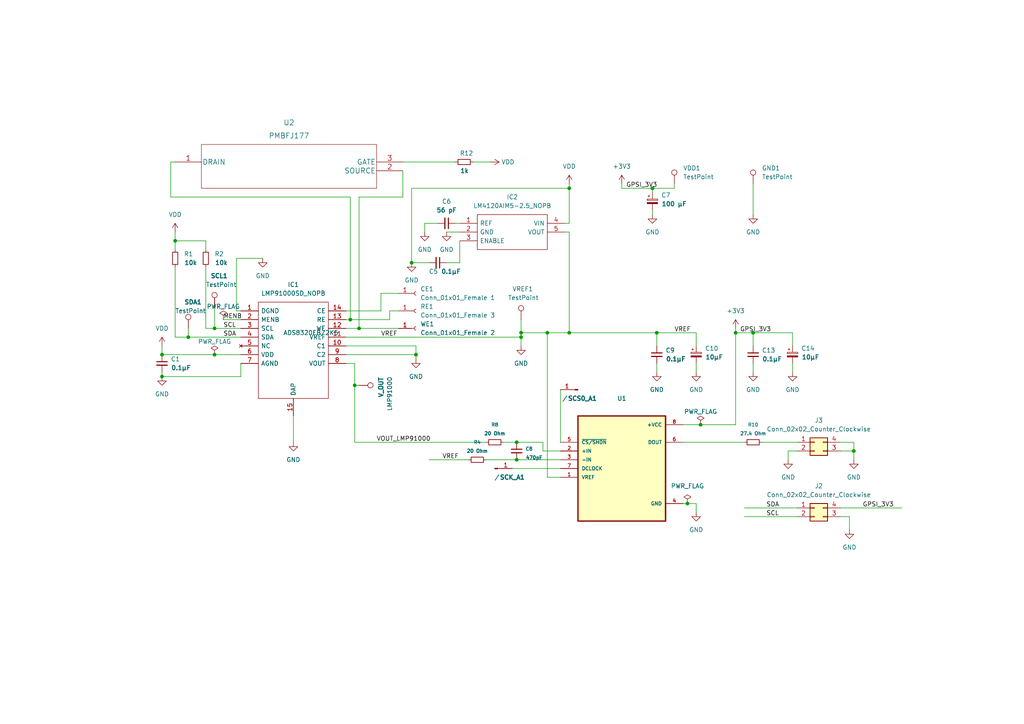
<source format=kicad_sch>
(kicad_sch (version 20211123) (generator eeschema)
  (paper "A4")
  (title_block (title "Potentiostat for biosensors embedded in the BioWatch") (date "2023-02-27") (rev "1") (company "Vivien PERRELLE") (comment 1 "DVIC"))
  (lib_symbols
    (symbol "ADS8320EB_2K5:ADS8320EB{slash}2K5" (pin_names (offset 1.016))
      (property "Reference" "U" (at -12.7 16.24 0))
      (property "Value" "ADS8320EB{slash}2K5" (at -8.89 -17.78 0))
      (symbol "ADS8320EB{slash}2K5_0_0"
        (rectangle (start -12.7 -15.24) (end 12.7 15.24) (stroke (width 0.41)) (fill (type background)))
        (pin input line (at -17.78 -2.54 0) (length 5.08) (name "VREF") (number "1"))
        (pin input line (at -17.78 5.08 0) (length 5.08) (name "+IN") (number "2"))
        (pin input line (at -17.78 2.54 0) (length 5.08) (name "-IN") (number "3"))
        (pin power_in line (at 17.78 -10.16 180) (length 5.08) (name "GND") (number "4"))
        (pin input line (at -17.78 7.62 0) (length 5.08) (name "~{CS/SHDN}") (number "5"))
        (pin output line (at 17.78 7.62 180) (length 5.08) (name "DOUT") (number "6"))
        (pin input line (at -17.78 0 0) (length 5.08) (name "DCLOCK") (number "7"))
        (pin power_in line (at 17.78 12.7 180) (length 5.08) (name "+VCC") (number "8"))
      )
    )
    (symbol "Connector:Conn_01x01_Female" (pin_names (offset 1.016) hide)
      (property "Reference" "J" (at 0 2.54 0))
      (property "Value" "Conn_01x01_Female" (at 0 -2.54 0))
      (symbol "Conn_01x01_Female_1_1"
        (polyline (pts (xy -1.27 0) (xy -0.508 0)) (stroke (width 0.1524)))
        (arc (start 0 0.508) (mid -0.508 0) (end 0 -0.508) (stroke (width 0.1524)))
        (pin passive line (at -5.08 0 0) (length 3.81) (name "Pin_1") (number "1"))
      )
    )
    (symbol "Connector:Conn_01x01_Male" (pin_names (offset 1.016) hide)
      (property "Reference" "J" (at 0 2.54 0))
      (property "Value" "Conn_01x01_Male" (at 0 -2.54 0))
      (symbol "Conn_01x01_Male_1_1"
        (polyline (pts (xy 1.27 0) (xy 0.8636 0)) (stroke (width 0.1524)))
        (rectangle (start 0.8636 0.127) (end 0 -0.127) (stroke (width 0.1524)) (fill (type outline)))
        (pin passive line (at 5.08 0 180) (length 3.81) (name "Pin_1") (number "1"))
      )
    )
    (symbol "Connector:TestPoint" (pin_numbers hide) (pin_names (offset 0.762) hide)
      (property "Reference" "TP" (at 0 6.858 0))
      (property "Value" "TestPoint" (at 0 5.08 0))
      (symbol "TestPoint_0_1"
        (circle (center 0 3.302) (radius 0.762))
      )
      (symbol "TestPoint_1_1"
        (pin passive line (at 0 0 90) (length 2.54) (name "1") (number "1"))
      )
    )
    (symbol "Connector_Generic:Conn_02x02_Counter_Clockwise" (pin_names (offset 1.016) hide)
      (property "Reference" "J" (at 1.27 2.54 0))
      (property "Value" "Conn_02x02_Counter_Clockwise" (at 1.27 -5.08 0))
      (symbol "Conn_02x02_Counter_Clockwise_1_1"
        (rectangle (start -1.27 -2.413) (end 0 -2.667) (stroke (width 0.1524)))
        (rectangle (start -1.27 0.127) (end 0 -0.127) (stroke (width 0.1524)))
        (rectangle (start -1.27 1.27) (end 3.81 -3.81) (stroke (width 0.254)) (fill (type background)))
        (rectangle (start 3.81 -2.413) (end 2.54 -2.667) (stroke (width 0.1524)))
        (rectangle (start 3.81 0.127) (end 2.54 -0.127) (stroke (width 0.1524)))
        (pin passive line (at -5.08 0 0) (length 3.81) (name "Pin_1") (number "1"))
        (pin passive line (at -5.08 -2.54 0) (length 3.81) (name "Pin_2") (number "2"))
        (pin passive line (at 7.62 -2.54 180) (length 3.81) (name "Pin_3") (number "3"))
        (pin passive line (at 7.62 0 180) (length 3.81) (name "Pin_4") (number "4"))
      )
    )
    (symbol "Device:C_Polarized_Small" (pin_numbers hide) (pin_names (offset 0.254) hide)
      (property "Reference" "C" (at 0.254 1.778 0))
      (property "Value" "C_Polarized_Small" (at 0.254 -2.032 0))
      (symbol "C_Polarized_Small_0_1"
        (rectangle (start -1.524 -0.3048) (end 1.524 -0.6858) (fill (type outline)))
        (rectangle (start -1.524 0.6858) (end 1.524 0.3048))
        (polyline (pts (xy -1.27 1.524) (xy -0.762 1.524)))
        (polyline (pts (xy -1.016 1.27) (xy -1.016 1.778)))
      )
      (symbol "C_Polarized_Small_1_1"
        (pin passive line (at 0 2.54 270) (length 1.8542) (name "~") (number "1"))
        (pin passive line (at 0 -2.54 90) (length 1.8542) (name "~") (number "2"))
      )
    )
    (symbol "Device:C_Small" (pin_numbers hide) (pin_names (offset 0.254) hide)
      (property "Reference" "C" (at 0.254 1.778 0))
      (property "Value" "C_Small" (at 0.254 -2.032 0))
      (symbol "C_Small_0_1"
        (polyline (pts (xy -1.524 -0.508) (xy 1.524 -0.508)) (stroke (width 0.3302)))
        (polyline (pts (xy -1.524 0.508) (xy 1.524 0.508)) (stroke (width 0.3048)))
      )
      (symbol "C_Small_1_1"
        (pin passive line (at 0 2.54 270) (length 2.032) (name "~") (number "1"))
        (pin passive line (at 0 -2.54 90) (length 2.032) (name "~") (number "2"))
      )
    )
    (symbol "Device:R_Small" (pin_numbers hide) (pin_names (offset 0.254) hide)
      (property "Reference" "R" (at 0.762 0.508 0))
      (property "Value" "R_Small" (at 0.762 -1.016 0))
      (symbol "R_Small_0_1"
        (rectangle (start -0.762 1.778) (end 0.762 -1.778) (stroke (width 0.2032)))
      )
      (symbol "R_Small_1_1"
        (pin passive line (at 0 2.54 270) (length 0.762) (name "~") (number "1"))
        (pin passive line (at 0 -2.54 90) (length 0.762) (name "~") (number "2"))
      )
    )
    (symbol "LM4120AIM5-2.5_NOPB:LM4120AIM5-2.5_NOPB" (pin_names (offset 0.762))
      (property "Reference" "IC" (at 26.67 7.62 0))
      (property "Value" "LM4120AIM5-2.5_NOPB" (at 26.67 5.08 0))
      (symbol "LM4120AIM5-2.5_NOPB_0_0"
        (pin passive line (at 0 0 0) (length 5.08) (name "REF") (number "1"))
        (pin passive line (at 0 -2.54 0) (length 5.08) (name "GND") (number "2"))
        (pin passive line (at 0 -5.08 0) (length 5.08) (name "ENABLE") (number "3"))
        (pin passive line (at 30.48 0 180) (length 5.08) (name "VIN") (number "4"))
        (pin passive line (at 30.48 -2.54 180) (length 5.08) (name "VOUT") (number "5"))
      )
      (symbol "LM4120AIM5-2.5_NOPB_0_1"
        (polyline (pts (xy 5.08 2.54) (xy 25.4 2.54) (xy 25.4 -7.62) (xy 5.08 -7.62) (xy 5.08 2.54)) (stroke (width 0.1524)))
      )
    )
    (symbol "LMP91000SD_NOPB:LMP91000SD_NOPB" (pin_names (offset 0.762))
      (property "Reference" "IC" (at 26.67 7.62 0))
      (property "Value" "LMP91000SD_NOPB" (at 26.67 5.08 0))
      (symbol "LMP91000SD_NOPB_0_0"
        (pin power_in line (at 0 0 0) (length 5.08) (name "DGND") (number "1"))
        (pin passive line (at 30.48 -10.16 180) (length 5.08) (name "C1") (number "10"))
        (pin input line (at 30.48 -7.62 180) (length 5.08) (name "VREF") (number "11"))
        (pin input line (at 30.48 -5.08 180) (length 5.08) (name "WE") (number "12"))
        (pin input line (at 30.48 -2.54 180) (length 5.08) (name "RE") (number "13"))
        (pin input line (at 30.48 0 180) (length 5.08) (name "CE") (number "14"))
        (pin power_in line (at 15.24 -30.48 90) (length 5.08) (name "DAP") (number "15"))
        (pin input line (at 0 -2.54 0) (length 5.08) (name "MENB") (number "2"))
        (pin input line (at 0 -5.08 0) (length 5.08) (name "SCL") (number "3"))
        (pin bidirectional line (at 0 -7.62 0) (length 5.08) (name "SDA") (number "4"))
        (pin no_connect line (at 0 -10.16 0) (length 5.08) (name "NC") (number "5"))
        (pin power_in line (at 0 -12.7 0) (length 5.08) (name "VDD") (number "6"))
        (pin power_in line (at 0 -15.24 0) (length 5.08) (name "AGND") (number "7"))
        (pin output line (at 30.48 -15.24 180) (length 5.08) (name "VOUT") (number "8"))
        (pin passive line (at 30.48 -12.7 180) (length 5.08) (name "C2") (number "9"))
      )
      (symbol "LMP91000SD_NOPB_0_1"
        (polyline (pts (xy 5.08 2.54) (xy 25.4 2.54) (xy 25.4 -25.4) (xy 5.08 -25.4) (xy 5.08 2.54)) (stroke (width 0.1524)))
      )
    )
    (symbol "PMBFJ177:PMBFJ177" (pin_names (offset 0.254))
      (property "Reference" "U" (at 33.02 10.16 0))
      (property "Value" "PMBFJ177" (at 33.02 7.62 0))
      (symbol "PMBFJ177_1_1"
        (polyline (pts (xy 7.62 -7.62) (xy 58.42 -7.62)) (stroke (width 0.127)))
        (polyline (pts (xy 7.62 5.08) (xy 7.62 -7.62)) (stroke (width 0.127)))
        (polyline (pts (xy 58.42 -7.62) (xy 58.42 5.08)) (stroke (width 0.127)))
        (polyline (pts (xy 58.42 5.08) (xy 7.62 5.08)) (stroke (width 0.127)))
        (pin unspecified line (at 0 0 0) (length 7.62) (name "DRAIN") (number "1"))
        (pin unspecified line (at 66.04 -2.54 180) (length 7.62) (name "SOURCE") (number "2"))
        (pin unspecified line (at 66.04 0 180) (length 7.62) (name "GATE") (number "3"))
      )
    )
    (symbol "power:+3V3" (power) (pin_names (offset 0))
      (property "Value" "+3V3" (at 0 3.556 0))
      (symbol "+3V3_0_1"
        (polyline (pts (xy -0.762 1.27) (xy 0 2.54)))
        (polyline (pts (xy 0 0) (xy 0 2.54)))
        (polyline (pts (xy 0 2.54) (xy 0.762 1.27)))
      )
      (symbol "+3V3_1_1"
        (pin power_in line (at 0 0 90) (length 0) hide (name "+3V3") (number "1"))
      )
    )
    (symbol "power:GND" (power) (pin_names (offset 0))
      (property "Value" "GND" (at 0 -3.81 0))
      (symbol "GND_0_1"
        (polyline (pts (xy 0 0) (xy 0 -1.27) (xy 1.27 -1.27) (xy 0 -2.54) (xy -1.27 -1.27) (xy 0 -1.27)))
      )
      (symbol "GND_1_1"
        (pin power_in line (at 0 0 270) (length 0) hide (name "GND") (number "1"))
      )
    )
    (symbol "power:PWR_FLAG" (power) (pin_numbers hide) (pin_names (offset 0) hide)
      (property "Value" "PWR_FLAG" (at 0 3.81 0))
      (symbol "PWR_FLAG_0_0"
        (pin power_out line (at 0 0 90) (length 0) (name "pwr") (number "1"))
      )
      (symbol "PWR_FLAG_0_1"
        (polyline (pts (xy 0 0) (xy 0 1.27) (xy -1.016 1.905) (xy 0 2.54) (xy 1.016 1.905) (xy 0 1.27)))
      )
    )
    (symbol "power:VDD" (power) (pin_names (offset 0))
      (property "Value" "VDD" (at 0 3.81 0))
      (symbol "VDD_0_1"
        (polyline (pts (xy -0.762 1.27) (xy 0 2.54)))
        (polyline (pts (xy 0 0) (xy 0 2.54)))
        (polyline (pts (xy 0 2.54) (xy 0.762 1.27)))
      )
      (symbol "VDD_1_1"
        (pin power_in line (at 0 0 90) (length 0) hide (name "VDD") (number "1"))
      )
    )
  )
  (junction (at 101.6 92.71))
  (junction (at 149.86 133.35))
  (junction (at 149.86 128.27))
  (junction (at 247.65 130.81))
  (junction (at 119.38 76.2))
  (junction (at 54.61 97.79))
  (junction (at 190.5 96.52))
  (junction (at 46.99 109.22))
  (junction (at 62.23 95.25))
  (junction (at 151.13 96.52))
  (junction (at 50.8 69.85))
  (junction (at 151.13 97.79))
  (junction (at 189.23 54.61))
  (junction (at 203.2 123.19))
  (junction (at 165.1 96.52))
  (junction (at 120.65 102.87))
  (junction (at 158.75 96.52))
  (junction (at 104.14 95.25))
  (junction (at 213.36 96.52))
  (junction (at 165.1 54.61))
  (junction (at 218.44 96.52))
  (junction (at 102.87 111.76))
  (junction (at 199.39 146.05))
  (junction (at 46.99 102.87))
  (junction (at 62.23 102.87))
  (wire (pts (xy 243.84 149.86) (xy 246.38 149.86)))
  (wire (pts (xy 104.14 57.15) (xy 116.84 57.15)))
  (wire (pts (xy 101.6 57.15) (xy 49.53 57.15)))
  (wire (pts (xy 116.84 57.15) (xy 116.84 49.53)))
  (wire (pts (xy 46.99 102.87) (xy 62.23 102.87)))
  (wire (pts (xy 218.44 96.52) (xy 229.87 96.52)))
  (wire (pts (xy 162.56 138.43) (xy 158.75 138.43)))
  (wire (pts (xy 198.12 128.27) (xy 215.9 128.27)))
  (wire (pts (xy 140.97 133.35) (xy 149.86 133.35)))
  (wire (pts (xy 165.1 67.31) (xy 165.1 96.52)))
  (wire (pts (xy 119.38 76.2) (xy 124.46 76.2)))
  (wire (pts (xy 101.6 57.15) (xy 101.6 92.71)))
  (wire (pts (xy 68.58 90.17) (xy 69.85 90.17)))
  (wire (pts (xy 50.8 69.85) (xy 59.69 69.85)))
  (wire (pts (xy 68.58 74.93) (xy 68.58 90.17)))
  (wire (pts (xy 85.09 120.65) (xy 85.09 128.27)))
  (wire (pts (xy 213.36 95.25) (xy 213.36 96.52)))
  (wire (pts (xy 100.33 102.87) (xy 120.65 102.87)))
  (wire (pts (xy 46.99 109.22) (xy 69.85 109.22)))
  (wire (pts (xy 132.08 64.77) (xy 133.35 64.77)))
  (wire (pts (xy 113.03 92.71) (xy 113.03 90.17)))
  (wire (pts (xy 59.69 77.47) (xy 59.69 95.25)))
  (wire (pts (xy 229.87 100.33) (xy 229.87 96.52)))
  (wire (pts (xy 62.23 88.9) (xy 62.23 95.25)))
  (wire (pts (xy 189.23 55.88) (xy 189.23 54.61)))
  (wire (pts (xy 49.53 46.99) (xy 50.8 46.99)))
  (wire (pts (xy 129.54 76.2) (xy 133.35 76.2)))
  (wire (pts (xy 199.39 146.05) (xy 201.93 146.05)))
  (wire (pts (xy 54.61 97.79) (xy 69.85 97.79)))
  (wire (pts (xy 104.14 95.25) (xy 115.57 95.25)))
  (wire (pts (xy 180.34 54.61) (xy 189.23 54.61)))
  (wire (pts (xy 102.87 111.76) (xy 102.87 128.27)))
  (wire (pts (xy 102.87 105.41) (xy 100.33 105.41)))
  (wire (pts (xy 162.56 113.03) (xy 162.56 128.27)))
  (wire (pts (xy 148.59 135.89) (xy 162.56 135.89)))
  (wire (pts (xy 228.6 133.35) (xy 228.6 130.81)))
  (wire (pts (xy 190.5 96.52) (xy 165.1 96.52)))
  (wire (pts (xy 62.23 95.25) (xy 69.85 95.25)))
  (wire (pts (xy 110.49 90.17) (xy 110.49 85.09)))
  (wire (pts (xy 201.93 100.33) (xy 201.93 96.52)))
  (wire (pts (xy 246.38 149.86) (xy 246.38 153.67)))
  (wire (pts (xy 104.14 95.25) (xy 104.14 57.15)))
  (wire (pts (xy 195.58 53.34) (xy 195.58 54.61)))
  (wire (pts (xy 59.69 69.85) (xy 59.69 72.39)))
  (wire (pts (xy 49.53 57.15) (xy 49.53 46.99)))
  (wire (pts (xy 213.36 96.52) (xy 218.44 96.52)))
  (wire (pts (xy 76.2 74.93) (xy 68.58 74.93)))
  (wire (pts (xy 59.69 95.25) (xy 62.23 95.25)))
  (wire (pts (xy 46.99 100.33) (xy 46.99 102.87)))
  (wire (pts (xy 201.93 96.52) (xy 190.5 96.52)))
  (wire (pts (xy 157.48 128.27) (xy 157.48 130.81)))
  (wire (pts (xy 228.6 130.81) (xy 231.14 130.81)))
  (wire (pts (xy 50.8 67.31) (xy 50.8 69.85)))
  (wire (pts (xy 243.84 130.81) (xy 247.65 130.81)))
  (wire (pts (xy 165.1 53.34) (xy 165.1 54.61)))
  (wire (pts (xy 203.2 123.19) (xy 213.36 123.19)))
  (wire (pts (xy 133.35 76.2) (xy 133.35 69.85)))
  (wire (pts (xy 69.85 105.41) (xy 69.85 109.22)))
  (wire (pts (xy 142.24 46.99) (xy 137.16 46.99)))
  (wire (pts (xy 180.34 53.34) (xy 180.34 54.61)))
  (wire (pts (xy 158.75 96.52) (xy 158.75 138.43)))
  (wire (pts (xy 113.03 90.17) (xy 115.57 90.17)))
  (wire (pts (xy 149.86 133.35) (xy 162.56 133.35)))
  (wire (pts (xy 54.61 95.25) (xy 54.61 97.79)))
  (wire (pts (xy 100.33 92.71) (xy 101.6 92.71)))
  (wire (pts (xy 127 64.77) (xy 123.19 64.77)))
  (wire (pts (xy 50.8 69.85) (xy 50.8 72.39)))
  (wire (pts (xy 229.87 105.41) (xy 229.87 107.95)))
  (wire (pts (xy 165.1 64.77) (xy 163.83 64.77)))
  (wire (pts (xy 162.56 130.81) (xy 157.48 130.81)))
  (wire (pts (xy 151.13 97.79) (xy 151.13 100.33)))
  (wire (pts (xy 151.13 96.52) (xy 158.75 96.52)))
  (wire (pts (xy 165.1 54.61) (xy 165.1 64.77)))
  (wire (pts (xy 163.83 67.31) (xy 165.1 67.31)))
  (wire (pts (xy 50.8 77.47) (xy 50.8 97.79)))
  (wire (pts (xy 190.5 105.41) (xy 190.5 107.95)))
  (wire (pts (xy 218.44 53.34) (xy 218.44 62.23)))
  (wire (pts (xy 215.9 149.86) (xy 231.14 149.86)))
  (wire (pts (xy 151.13 96.52) (xy 151.13 97.79)))
  (wire (pts (xy 190.5 100.33) (xy 190.5 96.52)))
  (wire (pts (xy 100.33 90.17) (xy 110.49 90.17)))
  (wire (pts (xy 119.38 76.2) (xy 119.38 54.61)))
  (wire (pts (xy 215.9 147.32) (xy 231.14 147.32)))
  (wire (pts (xy 62.23 102.87) (xy 69.85 102.87)))
  (wire (pts (xy 201.93 105.41) (xy 201.93 107.95)))
  (wire (pts (xy 151.13 92.71) (xy 151.13 96.52)))
  (wire (pts (xy 46.99 107.95) (xy 46.99 109.22)))
  (wire (pts (xy 218.44 100.33) (xy 218.44 96.52)))
  (wire (pts (xy 189.23 60.96) (xy 189.23 62.23)))
  (wire (pts (xy 129.54 67.31) (xy 133.35 67.31)))
  (wire (pts (xy 195.58 54.61) (xy 189.23 54.61)))
  (wire (pts (xy 149.86 128.27) (xy 157.48 128.27)))
  (wire (pts (xy 124.46 133.35) (xy 135.89 133.35)))
  (wire (pts (xy 198.12 146.05) (xy 199.39 146.05)))
  (wire (pts (xy 100.33 97.79) (xy 151.13 97.79)))
  (wire (pts (xy 220.98 128.27) (xy 231.14 128.27)))
  (wire (pts (xy 64.77 92.71) (xy 69.85 92.71)))
  (wire (pts (xy 213.36 123.19) (xy 213.36 96.52)))
  (wire (pts (xy 102.87 111.76) (xy 102.87 105.41)))
  (wire (pts (xy 120.65 100.33) (xy 120.65 102.87)))
  (wire (pts (xy 243.84 147.32) (xy 261.62 147.32)))
  (wire (pts (xy 146.05 128.27) (xy 149.86 128.27)))
  (wire (pts (xy 100.33 95.25) (xy 104.14 95.25)))
  (wire (pts (xy 104.14 111.76) (xy 102.87 111.76)))
  (wire (pts (xy 119.38 54.61) (xy 165.1 54.61)))
  (wire (pts (xy 120.65 102.87) (xy 120.65 104.14)))
  (wire (pts (xy 158.75 96.52) (xy 165.1 96.52)))
  (wire (pts (xy 123.19 64.77) (xy 123.19 67.31)))
  (wire (pts (xy 110.49 85.09) (xy 115.57 85.09)))
  (wire (pts (xy 201.93 146.05) (xy 201.93 148.59)))
  (wire (pts (xy 116.84 46.99) (xy 132.08 46.99)))
  (wire (pts (xy 203.2 123.19) (xy 198.12 123.19)))
  (wire (pts (xy 218.44 105.41) (xy 218.44 107.95)))
  (wire (pts (xy 243.84 128.27) (xy 247.65 128.27)))
  (wire (pts (xy 247.65 130.81) (xy 247.65 133.35)))
  (wire (pts (xy 50.8 97.79) (xy 54.61 97.79)))
  (wire (pts (xy 247.65 128.27) (xy 247.65 130.81)))
  (wire (pts (xy 100.33 100.33) (xy 120.65 100.33)))
  (wire (pts (xy 101.6 92.71) (xy 113.03 92.71)))
  (wire (pts (xy 140.97 128.27) (xy 102.87 128.27)))
  (label "VOUT_LMP91000" (at 109.22 128.27 0))
  (label "SCL" (at 64.77 95.25 0))
  (label "VREF" (at 195.58 96.52 0))
  (label "SCL" (at 222.25 149.86 0))
  (label "SDA" (at 222.25 147.32 0))
  (label "GPSI_3V3" (at 181.61 54.61 0))
  (label "VREF" (at 110.49 97.79 0))
  (label "GPSI_3V3" (at 214.63 96.52 0))
  (label "VREF" (at 128.27 133.35 0))
  (label "MENB" (at 64.77 92.71 0))
  (label "SDA" (at 64.77 97.79 0))
  (label "GPSI_3V3" (at 250.19 147.32 0))
  (symbol (lib_id "Device:C_Small") (at 190.5 102.87 0) (unit 1)
    (property "Reference" "C9" (at 193.04 101.6062 0) (effects (justify left)))
    (property "Value" "0.1µF" (at 193.04 104.1462 0) (effects (font bold) (justify left)))
    (property "Footprint" "Capacitor_SMD:C_0603_1608Metric_Pad1.08x0.95mm_HandSolder" (effects hide))
  )
  (symbol (lib_id "Device:C_Polarized_Small") (at 201.93 102.87 0) (unit 1)
    (property "Reference" "C10" (at 204.47 101.0538 0) (effects (justify left)))
    (property "Value" "10µF" (at 204.47 103.5938 0) (effects (font bold) (justify left)))
    (property "Footprint" "Capacitor_SMD:C_0603_1608Metric_Pad1.08x0.95mm_HandSolder" (effects hide))
  )
  (symbol (lib_id "LMP91000SD_NOPB:LMP91000SD_NOPB") (at 69.85 90.17 0) (unit 1)
    (property "Reference" "IC1" (at 85.09 82.55 0))
    (property "Value" "LMP91000SD_NOPB" (at 85.09 85.09 0))
    (property "Footprint" "SON50P400X400X80-15N" (effects hide))
    (property "Datasheet" "http://www.ti.com/lit/ds/symlink/lmp91000.pdf" (effects hide))
    (property "Description" "Configurable AFE Potentiostat for Low-Power Chemical Sensing Applications" (effects hide))
    (property "Height" "0.8" (effects hide))
    (property "Manufacturer_Name" "Texas Instruments" (effects hide))
    (property "Manufacturer_Part_Number" "LMP91000SD/NOPB" (effects hide))
    (property "Mouser Part Number" "926-LMP91000SD/NOPB" (effects hide))
    (property "Mouser Price/Stock" "https://www.mouser.co.uk/ProductDetail/Texas-Instruments/LMP91000SD-NOPB?qs=OYMYEaN9QmAbnRLMZUYFgA%3D%3D" (effects hide))
    (property "Arrow Part Number" "LMP91000SD/NOPB" (effects hide))
    (property "Arrow Price/Stock" "https://www.arrow.com/en/products/lmp91000sdnopb/texas-instruments?region=nac" (effects hide))
  )
  (symbol (lib_id "Connector_Generic:Conn_02x02_Counter_Clockwise") (at 236.22 128.27 0) (unit 1)
    (property "Reference" "J3" (at 237.49 121.92 0))
    (property "Value" "Conn_02x02_Counter_Clockwise" (at 237.49 124.46 0))
  )
  (symbol (lib_id "power:GND") (at 201.93 148.59 0) (unit 1)
    (property "Reference" "#PWR0120" (effects hide))
    (property "Value" "GND" (at 201.93 153.67 0))
  )
  (symbol (lib_id "power:GND") (at 123.19 67.31 0) (unit 1)
    (property "Reference" "#PWR0109" (effects hide))
    (property "Value" "GND" (at 123.19 72.39 0))
  )
  (symbol (lib_id "power:GND") (at 218.44 62.23 0) (unit 1)
    (property "Reference" "#PWR0119" (effects hide))
    (property "Value" "GND" (at 218.44 67.31 0))
  )
  (symbol (lib_id "Connector_Generic:Conn_02x02_Counter_Clockwise") (at 236.22 147.32 0) (unit 1)
    (property "Reference" "J2" (at 237.49 140.97 0))
    (property "Value" "Conn_02x02_Counter_Clockwise" (at 237.49 143.51 0))
  )
  (symbol (lib_id "Device:C_Small") (at 127 76.2 270) (unit 1)
    (property "Reference" "C5" (at 125.73 78.74 90))
    (property "Value" "0.1µF" (at 130.81 78.74 90) (effects (font bold)))
    (property "Footprint" "Capacitor_SMD:C_0603_1608Metric_Pad1.08x0.95mm_HandSolder" (effects hide))
  )
  (symbol (lib_id "power:VDD") (at 46.99 100.33 0) (unit 1)
    (property "Reference" "#PWR0113" (effects hide))
    (property "Value" "VDD" (at 46.99 95.25 0))
  )
  (symbol (lib_id "power:GND") (at 129.54 67.31 0) (unit 1)
    (property "Reference" "#PWR0111" (effects hide))
    (property "Value" "GND" (at 129.54 72.39 0))
  )
  (symbol (lib_id "PMBFJ177:PMBFJ177") (at 50.8 46.99 0) (unit 1)
    (property "Reference" "U2" (at 83.82 35.56 0) (effects (font (size 1.524 1.524))))
    (property "Value" "PMBFJ177" (at 83.82 39.37 0) (effects (font (size 1.524 1.524))))
    (property "Footprint" "SOT23_NXP" (effects hide))
  )
  (symbol (lib_id "Device:R_Small") (at 143.51 128.27 270) (unit 1)
    (property "Reference" "R8" (at 143.51 123.19 90) (effects (font (size 1 1))))
    (property "Value" "20 Ohm" (at 143.51 125.73 90) (effects (font (size 1 1) bold)))
  )
  (symbol (lib_id "power:GND") (at 119.38 76.2 0) (unit 1)
    (property "Reference" "#PWR0110" (effects hide))
    (property "Value" "GND" (at 119.38 81.28 0))
  )
  (symbol (lib_id "Connector:TestPoint") (at 104.14 111.76 270) (unit 1)
    (property "Reference" "LMP91000" (at 113.03 109.22 0) (effects (justify left)))
    (property "Value" "V_OUT" (at 110.49 109.22 0) (effects (font bold) (justify left)))
  )
  (symbol (lib_id "power:GND") (at 229.87 107.95 0) (unit 1)
    (property "Reference" "#PWR0104" (effects hide))
    (property "Value" "GND" (at 229.87 113.03 0))
  )
  (symbol (lib_id "Device:C_Polarized_Small") (at 229.87 102.87 0) (unit 1)
    (property "Reference" "C14" (at 232.41 101.0538 0) (effects (justify left)))
    (property "Value" "10µF" (at 232.41 103.5938 0) (effects (font bold) (justify left)))
    (property "Footprint" "Capacitor_SMD:C_0201_0603Metric_Pad0.64x0.40mm_HandSolder" (effects hide))
  )
  (symbol (lib_id "Device:C_Small") (at 149.86 130.81 0) (unit 1)
    (property "Reference" "C8" (at 152.4 130.1813 0) (effects (font (size 1 1)) (justify left)))
    (property "Value" "470pF" (at 152.4 132.7213 0) (effects (font (size 1 1) bold) (justify left)))
    (property "Footprint" "Capacitor_SMD:C_0603_1608Metric_Pad1.08x0.95mm_HandSolder" (effects hide))
  )
  (symbol (lib_id "power:GND") (at 85.09 128.27 0) (unit 1)
    (property "Reference" "#PWR0108" (effects hide))
    (property "Value" "GND" (at 85.09 133.35 0))
  )
  (symbol (lib_id "Connector:Conn_01x01_Male") (at 143.51 135.89 0) (mirror x) (unit 1)
    (property "Reference" "SCK_A1" (at 148.59 138.43 0) (effects (font bold)))
    (property "Value" "/" (at 144.145 138.43 0))
  )
  (symbol (lib_id "Connector:Conn_01x01_Female") (at 120.65 95.25 0) (unit 1)
    (property "Reference" "WE1" (at 121.92 93.9799 0) (effects (justify left)))
    (property "Value" "Conn_01x01_Female 2" (at 121.92 96.5199 0) (effects (justify left)))
    (property "Footprint" "Trou:Trou1" (effects hide))
  )
  (symbol (lib_id "power:GND") (at 120.65 104.14 0) (unit 1)
    (property "Reference" "#PWR0122" (effects hide))
    (property "Value" "GND" (at 120.65 109.22 0))
  )
  (symbol (lib_id "Connector:Conn_01x01_Male") (at 167.64 113.03 180) (unit 1)
    (property "Reference" "SCS0_A1" (at 168.91 115.57 0) (effects (font bold)))
    (property "Value" "/" (at 163.83 115.57 0))
  )
  (symbol (lib_id "Device:C_Small") (at 218.44 102.87 0) (unit 1)
    (property "Reference" "C13" (at 220.98 101.6062 0) (effects (justify left)))
    (property "Value" "0.1µF" (at 220.98 104.1462 0) (effects (font bold) (justify left)))
    (property "Footprint" "Capacitor_SMD:C_0201_0603Metric_Pad0.64x0.40mm_HandSolder" (effects hide))
  )
  (symbol (lib_id "power:GND") (at 228.6 133.35 0) (unit 1)
    (property "Reference" "#PWR0101" (effects hide))
    (property "Value" "GND" (at 228.6 138.43 0))
  )
  (symbol (lib_id "power:VDD") (at 165.1 53.34 0) (unit 1)
    (property "Reference" "#PWR0118" (effects hide))
    (property "Value" "VDD" (at 165.1 48.26 0))
  )
  (symbol (lib_id "power:GND") (at 201.93 107.95 0) (unit 1)
    (property "Reference" "#PWR0106" (effects hide))
    (property "Value" "GND" (at 201.93 113.03 0))
  )
  (symbol (lib_id "Device:R_Small") (at 138.43 133.35 270) (unit 1)
    (property "Reference" "R4" (at 138.43 128.27 90) (effects (font (size 1 1))))
    (property "Value" "20 Ohm" (at 138.43 130.81 90) (effects (font (size 1 1) bold)))
  )
  (symbol (lib_id "power:VDD") (at 50.8 67.31 0) (unit 1)
    (property "Reference" "#PWR0114" (effects hide))
    (property "Value" "VDD" (at 50.8 62.23 0))
  )
  (symbol (lib_id "Device:C_Small") (at 46.99 105.41 0) (unit 1)
    (property "Reference" "C1" (at 49.53 104.1462 0) (effects (justify left)))
    (property "Value" "0.1µF" (at 49.53 106.6862 0) (effects (font bold) (justify left)))
    (property "Footprint" "Capacitor_SMD:C_0603_1608Metric_Pad1.08x0.95mm_HandSolder" (effects hide))
  )
  (symbol (lib_id "LM4120AIM5-2.5_NOPB:LM4120AIM5-2.5_NOPB") (at 133.35 64.77 0) (unit 1)
    (property "Reference" "IC2" (at 148.59 57.15 0))
    (property "Value" "LM4120AIM5-2.5_NOPB" (at 148.59 59.69 0))
    (property "Footprint" "SOT95P280X145-5N" (effects hide))
    (property "Datasheet" "http://www.ti.com/lit/ds/symlink/lm4120.pdf" (effects hide))
    (property "Description" "0.2% 50ppm/C Drift Precision Series Voltage Reference with Shutdown Enable" (effects hide))
    (property "Height" "1.45" (effects hide))
    (property "Manufacturer_Name" "Texas Instruments" (effects hide))
    (property "Manufacturer_Part_Number" "LM4120AIM5-2.5/NOPB" (effects hide))
    (property "Mouser Part Number" "926-LM4120AIM525NOPB" (effects hide))
    (property "Mouser Price/Stock" "https://www.mouser.co.uk/ProductDetail/Texas-Instruments/LM4120AIM5-2.5-NOPB?qs=QbsRYf82W3Hmk5wgD0l3%2Fg%3D%3D" (effects hide))
    (property "Arrow Part Number" "LM4120AIM5-2.5/NOPB" (effects hide))
    (property "Arrow Price/Stock" "https://www.arrow.com/en/products/lm4120aim5-2.5nopb/texas-instruments?region=nac" (effects hide))
  )
  (symbol (lib_id "power:GND") (at 218.44 107.95 0) (unit 1)
    (property "Reference" "#PWR0107" (effects hide))
    (property "Value" "GND" (at 218.44 113.03 0))
  )
  (symbol (lib_id "power:PWR_FLAG") (at 64.77 92.71 0) (unit 1)
    (property "Reference" "#FLG0104" (effects hide))
    (property "Value" "PWR_FLAG" (at 64.77 88.9 0))
  )
  (symbol (lib_id "Device:R_Small") (at 59.69 74.93 0) (unit 1)
    (property "Reference" "R2" (at 62.23 73.6599 0) (effects (justify left)))
    (property "Value" "10k" (at 62.23 76.1999 0) (effects (font bold) (justify left)))
  )
  (symbol (lib_id "Device:R_Small") (at 134.62 46.99 270) (unit 1)
    (property "Reference" "R12" (at 133.35 44.45 90) (effects (justify left)))
    (property "Value" "1k" (at 133.35 49.53 90) (effects (font bold) (justify left)))
  )
  (symbol (lib_id "power:GND") (at 46.99 109.22 0) (unit 1)
    (property "Reference" "#PWR0112" (effects hide))
    (property "Value" "GND" (at 46.99 114.3 0))
  )
  (symbol (lib_id "power:GND") (at 247.65 133.35 0) (unit 1)
    (property "Reference" "#PWR?" (effects hide))
    (property "Value" "GND" (at 247.65 138.43 0))
  )
  (symbol (lib_id "Connector:Conn_01x01_Female") (at 120.65 90.17 0) (unit 1)
    (property "Reference" "RE1" (at 121.92 88.8999 0) (effects (justify left)))
    (property "Value" "Conn_01x01_Female 3" (at 121.92 91.4399 0) (effects (justify left)))
  )
  (symbol (lib_id "Connector:TestPoint") (at 218.44 53.34 0) (unit 1)
    (property "Reference" "GND1" (at 220.98 48.7679 0) (effects (justify left)))
    (property "Value" "TestPoint" (at 220.98 51.3079 0) (effects (justify left)))
    (property "Footprint" "TestPoint:TestPoint_Pad_D1.0mm" (effects hide))
  )
  (symbol (lib_id "Device:R_Small") (at 50.8 74.93 0) (unit 1)
    (property "Reference" "R1" (at 53.34 73.6599 0) (effects (justify left)))
    (property "Value" "10k" (at 53.34 76.1999 0) (effects (font bold) (justify left)))
  )
  (symbol (lib_id "power:GND") (at 76.2 74.93 0) (unit 1)
    (property "Reference" "#PWR0115" (effects hide))
    (property "Value" "GND" (at 76.2 80.01 0))
  )
  (symbol (lib_id "power:PWR_FLAG") (at 62.23 102.87 0) (unit 1)
    (property "Reference" "#FLG0103" (effects hide))
    (property "Value" "PWR_FLAG" (at 62.23 99.06 0))
  )
  (symbol (lib_id "Connector:TestPoint") (at 195.58 53.34 0) (unit 1)
    (property "Reference" "VDD1" (at 198.12 48.7679 0) (effects (justify left)))
    (property "Value" "TestPoint" (at 198.12 51.3079 0) (effects (justify left)))
    (property "Footprint" "TestPoint:TestPoint_Pad_D1.0mm" (effects hide))
  )
  (symbol (lib_id "power:PWR_FLAG") (at 203.2 123.19 0) (unit 1)
    (property "Reference" "#FLG0101" (effects hide))
    (property "Value" "PWR_FLAG" (at 203.2 119.38 0))
  )
  (symbol (lib_id "Device:C_Small") (at 129.54 64.77 270) (unit 1)
    (property "Reference" "C6" (at 129.5336 58.42 90))
    (property "Value" "56 pF" (at 129.5336 60.96 90) (effects (font bold)))
    (property "Footprint" "Capacitor_SMD:C_0603_1608Metric_Pad1.08x0.95mm_HandSolder" (effects hide))
  )
  (symbol (lib_id "Connector:TestPoint") (at 54.61 95.25 0) (unit 1)
    (property "Reference" "SDA1" (at 53.34 87.63 0) (effects (font bold) (justify left)))
    (property "Value" "TestPoint" (at 50.8 90.17 0) (effects (justify left)))
    (property "Footprint" "TestPoint:TestPoint_Pad_D1.0mm" (effects hide))
  )
  (symbol (lib_id "power:PWR_FLAG") (at 199.39 146.05 0) (unit 1)
    (property "Reference" "#FLG0102" (effects hide))
    (property "Value" "PWR_FLAG" (at 199.39 140.97 0))
  )
  (symbol (lib_id "Connector:Conn_01x01_Female") (at 120.65 85.09 0) (unit 1)
    (property "Reference" "CE1" (at 121.92 83.8199 0) (effects (justify left)))
    (property "Value" "Conn_01x01_Female 1" (at 121.92 86.3599 0) (effects (justify left)))
    (property "Footprint" "Trou:Trou1" (effects hide))
  )
  (symbol (lib_id "power:VDD") (at 142.24 46.99 270) (unit 1)
    (property "Reference" "#PWR0116" (effects hide))
    (property "Value" "VDD" (at 147.32 46.99 90))
  )
  (symbol (lib_id "Connector:TestPoint") (at 151.13 92.71 0) (unit 1)
    (property "Reference" "VREF1" (at 148.59 83.82 0) (effects (justify left)))
    (property "Value" "TestPoint" (at 147.32 86.36 0) (effects (justify left)))
    (property "Footprint" "TestPoint:TestPoint_Pad_D1.0mm" (effects hide))
  )
  (symbol (lib_id "Connector:TestPoint") (at 62.23 88.9 0) (unit 1)
    (property "Reference" "SCL1" (at 60.96 80.01 0) (effects (font bold) (justify left)))
    (property "Value" "TestPoint" (at 59.69 82.55 0) (effects (justify left)))
    (property "Footprint" "TestPoint:TestPoint_Pad_D1.0mm" (effects hide))
  )
  (symbol (lib_id "power:GND") (at 190.5 107.95 0) (unit 1)
    (property "Reference" "#PWR0105" (effects hide))
    (property "Value" "GND" (at 190.5 113.03 0))
  )
  (symbol (lib_id "power:+3V3") (at 180.34 53.34 0) (unit 1)
    (property "Reference" "#PWR0117" (effects hide))
    (property "Value" "+3V3" (at 180.34 48.26 0))
  )
  (symbol (lib_id "power:GND") (at 246.38 153.67 0) (unit 1)
    (property "Reference" "#PWR?" (effects hide))
    (property "Value" "GND" (at 246.38 158.75 0))
  )
  (symbol (lib_id "power:GND") (at 189.23 62.23 0) (unit 1)
    (property "Reference" "#PWR0103" (effects hide))
    (property "Value" "GND" (at 189.23 67.31 0))
  )
  (symbol (lib_id "ADS8320EB_2K5:ADS8320EB{slash}2K5") (at 180.34 135.89 0) (unit 1)
    (property "Reference" "U1" (at 180.34 115.57 0))
    (property "Value" "ADS8320EB/2K5" (at 90.17 96.52 0))
    (property "Footprint" "SOP65P490X110-8N" (effects hide))
  )
  (symbol (lib_id "power:GND") (at 151.13 100.33 0) (unit 1)
    (property "Reference" "#PWR0121" (effects hide))
    (property "Value" "GND" (at 151.13 105.41 0))
  )
  (symbol (lib_id "Device:R_Small") (at 218.44 128.27 270) (unit 1)
    (property "Reference" "R10" (at 218.44 123.19 90) (effects (font (size 1 1))))
    (property "Value" "27.4 Ohm" (at 218.44 125.73 90) (effects (font (size 1 1) bold)))
  )
  (symbol (lib_id "power:+3V3") (at 213.36 95.25 0) (unit 1)
    (property "Reference" "#PWR0102" (effects hide))
    (property "Value" "+3V3" (at 213.36 90.17 0))
  )
  (symbol (lib_id "Device:C_Polarized_Small") (at 189.23 58.42 0) (unit 1)
    (property "Reference" "C7" (at 191.77 56.6038 0) (effects (justify left)))
    (property "Value" "100 µF" (at 191.77 59.1438 0) (effects (font bold) (justify left)))
    (property "Footprint" "Capacitor_SMD:C_0603_1608Metric_Pad1.08x0.95mm_HandSolder" (effects hide))
  )
)
</source>
